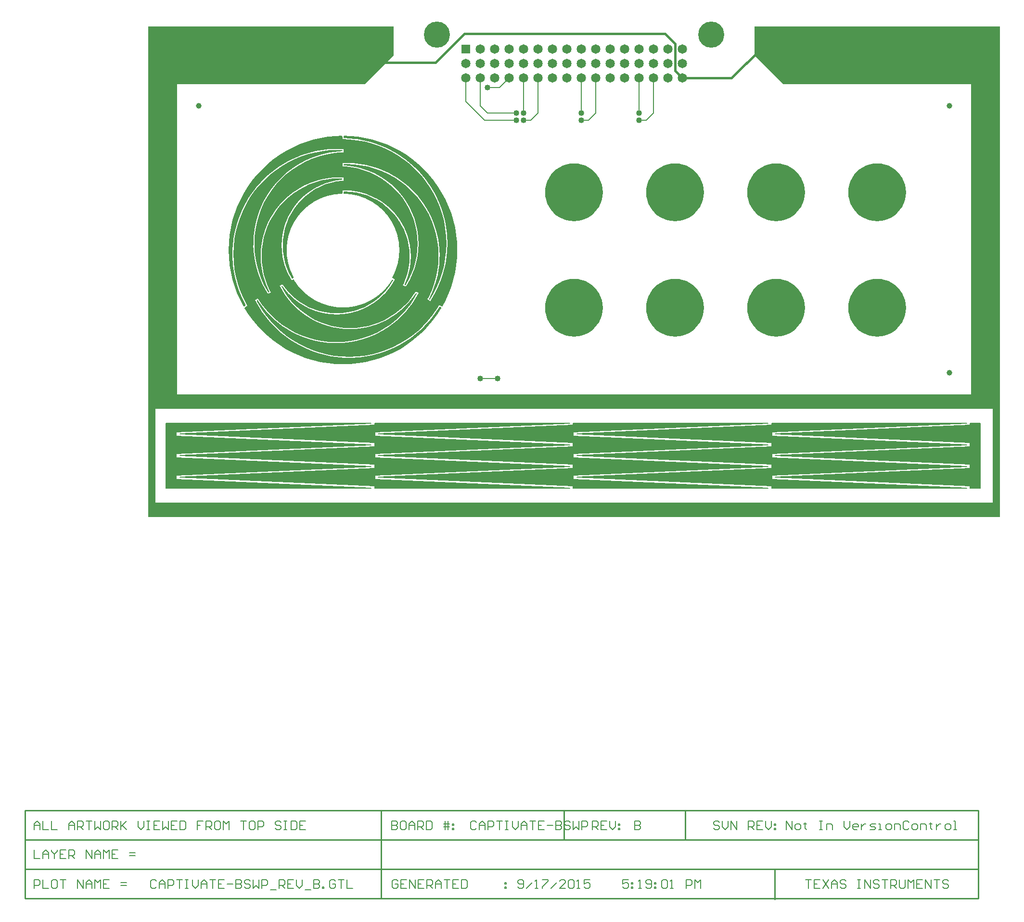
<source format=gtl>
%FSAX25Y25*%
%MOIN*%
G70*
G01*
G75*
G04 Layer_Physical_Order=1*
G04 Layer_Color=255*
%ADD10C,0.00787*%
%ADD11C,0.03937*%
%ADD12C,0.00591*%
%ADD13C,0.00600*%
%ADD14C,0.00800*%
%ADD15C,0.01600*%
%ADD16C,0.01000*%
%ADD17C,0.06496*%
%ADD18R,0.06496X0.06496*%
%ADD19C,0.18110*%
%ADD20C,0.04000*%
G36*
X0562816Y0469271D02*
X0565387Y0468760D01*
X0567870Y0467917D01*
X0570222Y0466758D01*
X0572401Y0465301D01*
X0574372Y0463573D01*
X0576101Y0461601D01*
X0577558Y0459421D01*
X0578717Y0457070D01*
X0579560Y0454588D01*
X0580071Y0452016D01*
X0580243Y0449400D01*
X0580071Y0446784D01*
X0579560Y0444212D01*
X0578717Y0441730D01*
X0577558Y0439378D01*
X0576101Y0437199D01*
X0574372Y0435227D01*
X0572401Y0433499D01*
X0570222Y0432042D01*
X0567870Y0430883D01*
X0565387Y0430040D01*
X0562816Y0429529D01*
X0560200Y0429357D01*
X0557584Y0429529D01*
X0555013Y0430040D01*
X0552530Y0430883D01*
X0550178Y0432042D01*
X0547999Y0433499D01*
X0546028Y0435227D01*
X0544299Y0437199D01*
X0542842Y0439378D01*
X0541683Y0441730D01*
X0540840Y0444212D01*
X0540329Y0446784D01*
X0540157Y0449400D01*
X0540329Y0452016D01*
X0540840Y0454588D01*
X0541683Y0457070D01*
X0542842Y0459421D01*
X0544299Y0461601D01*
X0546028Y0463573D01*
X0547999Y0465301D01*
X0550178Y0466758D01*
X0552530Y0467917D01*
X0555013Y0468760D01*
X0557584Y0469271D01*
X0560200Y0469443D01*
X0562816Y0469271D01*
D02*
G37*
G36*
X0632816D02*
X0635388Y0468760D01*
X0637870Y0467917D01*
X0640222Y0466758D01*
X0642401Y0465301D01*
X0644373Y0463573D01*
X0646101Y0461601D01*
X0647558Y0459421D01*
X0648717Y0457070D01*
X0649560Y0454588D01*
X0650071Y0452016D01*
X0650243Y0449400D01*
X0650071Y0446784D01*
X0649560Y0444212D01*
X0648717Y0441730D01*
X0647558Y0439378D01*
X0646101Y0437199D01*
X0644373Y0435227D01*
X0642401Y0433499D01*
X0640222Y0432042D01*
X0637870Y0430883D01*
X0635388Y0430040D01*
X0632816Y0429529D01*
X0630200Y0429357D01*
X0627584Y0429529D01*
X0625012Y0430040D01*
X0622530Y0430883D01*
X0620179Y0432042D01*
X0617999Y0433499D01*
X0616027Y0435227D01*
X0614299Y0437199D01*
X0612842Y0439378D01*
X0611683Y0441730D01*
X0610840Y0444212D01*
X0610329Y0446784D01*
X0610157Y0449400D01*
X0610329Y0452016D01*
X0610840Y0454588D01*
X0611683Y0457070D01*
X0612842Y0459421D01*
X0614299Y0461601D01*
X0616027Y0463573D01*
X0617999Y0465301D01*
X0620179Y0466758D01*
X0622530Y0467917D01*
X0625012Y0468760D01*
X0627584Y0469271D01*
X0630200Y0469443D01*
X0632816Y0469271D01*
D02*
G37*
G36*
X0265378Y0568408D02*
X0270535Y0567900D01*
X0275647Y0567056D01*
X0280693Y0565880D01*
X0285651Y0564376D01*
X0290500Y0562551D01*
X0295219Y0560412D01*
X0299789Y0557970D01*
X0304189Y0555234D01*
X0308400Y0552216D01*
X0312405Y0548929D01*
X0316187Y0545387D01*
X0319729Y0541606D01*
X0323016Y0537600D01*
X0326034Y0533389D01*
X0328770Y0528989D01*
X0331212Y0524419D01*
X0333351Y0519700D01*
X0335176Y0514851D01*
X0336680Y0509893D01*
X0337856Y0504847D01*
X0338700Y0499735D01*
X0339208Y0494579D01*
X0339378Y0489400D01*
Y0489400D01*
X0339208Y0484222D01*
X0338700Y0479065D01*
X0337856Y0473953D01*
X0336680Y0468907D01*
X0335176Y0463949D01*
X0333351Y0459100D01*
X0331212Y0454381D01*
X0329152Y0450525D01*
X0329128Y0450518D01*
X0329128Y0450518D01*
X0328653Y0450376D01*
X0328584Y0450372D01*
X0328584Y0450372D01*
X0326888Y0451350D01*
X0325245Y0448581D01*
X0322304Y0444345D01*
X0319067Y0440329D01*
X0315553Y0436554D01*
X0311778Y0433040D01*
X0307763Y0429804D01*
X0303526Y0426863D01*
X0299091Y0424231D01*
X0294479Y0421923D01*
X0289715Y0419949D01*
X0284821Y0418320D01*
X0279824Y0417045D01*
X0274749Y0416129D01*
X0269621Y0415578D01*
X0264467Y0415394D01*
X0259313Y0415578D01*
X0254185Y0416129D01*
X0249110Y0417045D01*
X0244113Y0418320D01*
X0239219Y0419949D01*
X0234455Y0421923D01*
X0229843Y0424231D01*
X0225408Y0426863D01*
X0221171Y0429804D01*
X0217155Y0433040D01*
X0213381Y0436554D01*
X0209867Y0440329D01*
X0206630Y0444345D01*
X0203689Y0448581D01*
X0201058Y0453016D01*
X0200534Y0454062D01*
X0200545Y0454067D01*
X0200507Y0454159D01*
X0200699Y0454594D01*
X0201165Y0454532D01*
X0201274Y0454490D01*
X0201551Y0454075D01*
X0203413Y0451289D01*
X0206539Y0447323D01*
X0209966Y0443615D01*
X0213674Y0440188D01*
X0217640Y0437062D01*
X0221838Y0434257D01*
X0226244Y0431789D01*
X0230829Y0429676D01*
X0235566Y0427928D01*
X0240426Y0426557D01*
X0245378Y0425572D01*
X0250393Y0424979D01*
X0255438Y0424781D01*
X0260484Y0424979D01*
X0265498Y0425572D01*
X0270450Y0426557D01*
X0275310Y0427928D01*
X0280047Y0429676D01*
X0284633Y0431789D01*
X0289038Y0434257D01*
X0293237Y0437062D01*
X0297202Y0440188D01*
X0300910Y0443615D01*
X0304338Y0447323D01*
X0307464Y0451289D01*
X0310269Y0455487D01*
X0312580Y0459613D01*
X0312546Y0459631D01*
X0310608Y0460748D01*
X0308400Y0457444D01*
X0305792Y0454135D01*
X0302932Y0451041D01*
X0299838Y0448181D01*
X0296529Y0445573D01*
X0293026Y0443232D01*
X0289350Y0441174D01*
X0285524Y0439410D01*
X0281571Y0437951D01*
X0277516Y0436808D01*
X0273384Y0435986D01*
X0269200Y0435491D01*
X0264990Y0435325D01*
X0260780Y0435491D01*
X0256596Y0435986D01*
X0252463Y0436808D01*
X0248408Y0437951D01*
X0244456Y0439410D01*
X0240629Y0441174D01*
X0236953Y0443232D01*
X0233450Y0445573D01*
X0230141Y0448181D01*
X0227047Y0451041D01*
X0224187Y0454135D01*
X0221579Y0457444D01*
X0219238Y0460947D01*
X0217800Y0463515D01*
X0217571Y0463959D01*
X0217579Y0464052D01*
X0218108Y0464383D01*
X0218139Y0464372D01*
X0218284Y0464241D01*
X0218511Y0463945D01*
X0220685Y0461112D01*
X0223384Y0458166D01*
X0226331Y0455466D01*
X0229501Y0453033D01*
X0232872Y0450886D01*
X0236417Y0449041D01*
X0240109Y0447511D01*
X0243920Y0446310D01*
X0247821Y0445445D01*
X0251783Y0444923D01*
X0255776Y0444749D01*
X0259768Y0444923D01*
X0263731Y0445445D01*
X0267632Y0446310D01*
X0271443Y0447511D01*
X0275135Y0449041D01*
X0278680Y0450886D01*
X0282051Y0453033D01*
X0285221Y0455466D01*
X0288167Y0458166D01*
X0290867Y0461112D01*
X0293300Y0464283D01*
X0295447Y0467653D01*
X0296185Y0469071D01*
X0296184Y0469072D01*
X0294656Y0469924D01*
X0294476Y0470429D01*
X0294477Y0470533D01*
X0294725Y0470946D01*
X0296367Y0474419D01*
X0297661Y0478036D01*
X0298595Y0481763D01*
X0299159Y0485563D01*
X0299347Y0489400D01*
X0299159Y0493237D01*
X0298595Y0497037D01*
X0297661Y0500764D01*
X0296367Y0504381D01*
X0294725Y0507854D01*
X0292750Y0511149D01*
X0290461Y0514235D01*
X0287881Y0517081D01*
X0285035Y0519661D01*
X0281949Y0521950D01*
X0278654Y0523925D01*
X0275181Y0525567D01*
X0271564Y0526861D01*
X0267837Y0527795D01*
X0264037Y0528359D01*
X0260987Y0528509D01*
X0260592Y0528762D01*
X0260560Y0529570D01*
X0260609Y0529690D01*
X0260983Y0529991D01*
X0260983Y0529991D01*
X0261410Y0530010D01*
X0265334Y0529839D01*
X0269227Y0529326D01*
X0273062Y0528476D01*
X0276807Y0527295D01*
X0280436Y0525792D01*
X0283920Y0523978D01*
X0287232Y0521868D01*
X0290348Y0519477D01*
X0293244Y0516824D01*
X0295897Y0513928D01*
X0298288Y0510812D01*
X0300398Y0507500D01*
X0302212Y0504016D01*
X0303715Y0500388D01*
X0304896Y0496642D01*
X0305746Y0492808D01*
X0306258Y0488914D01*
X0306430Y0484990D01*
X0306258Y0481066D01*
X0305746Y0477172D01*
X0304896Y0473338D01*
X0303715Y0469592D01*
X0302212Y0465964D01*
X0301709Y0464997D01*
X0301701Y0465001D01*
X0303630Y0463875D01*
X0304548Y0465249D01*
X0306637Y0468979D01*
X0308427Y0472861D01*
X0309906Y0476872D01*
X0311067Y0480986D01*
X0311901Y0485179D01*
X0312403Y0489425D01*
X0312571Y0493696D01*
X0312403Y0497968D01*
X0311901Y0502213D01*
X0311067Y0506406D01*
X0309906Y0510521D01*
X0308427Y0514532D01*
X0306637Y0518414D01*
X0304548Y0522144D01*
X0302173Y0525699D01*
X0299526Y0529056D01*
X0296624Y0532195D01*
X0293485Y0535097D01*
X0290128Y0537744D01*
X0286573Y0540119D01*
X0282843Y0542207D01*
X0278961Y0543997D01*
X0274950Y0545477D01*
X0270836Y0546637D01*
X0266643Y0547471D01*
X0262398Y0547974D01*
X0260970Y0548030D01*
X0260970Y0548030D01*
X0260756Y0548201D01*
X0260741Y0548220D01*
X0260634Y0548492D01*
X0260760Y0548710D01*
X0260976Y0548881D01*
X0260976Y0548881D01*
X0262852Y0548954D01*
X0267836Y0548759D01*
X0272789Y0548172D01*
X0277681Y0547199D01*
X0282482Y0545845D01*
X0287161Y0544119D01*
X0291690Y0542031D01*
X0296042Y0539594D01*
X0300189Y0536823D01*
X0304106Y0533735D01*
X0307769Y0530349D01*
X0311154Y0526687D01*
X0314242Y0522770D01*
X0317013Y0518623D01*
X0319450Y0514271D01*
X0321538Y0509742D01*
X0323265Y0505062D01*
X0324619Y0500262D01*
X0325592Y0495370D01*
X0326178Y0490417D01*
X0326374Y0485433D01*
Y0485433D01*
X0326178Y0480449D01*
X0325592Y0475496D01*
X0324619Y0470604D01*
X0323265Y0465804D01*
X0321538Y0461124D01*
X0319450Y0456595D01*
X0318665Y0455193D01*
X0318659Y0455195D01*
X0320699Y0454016D01*
X0321028Y0454491D01*
X0323689Y0458975D01*
X0326022Y0463636D01*
X0328017Y0468453D01*
X0329663Y0473400D01*
X0330953Y0478451D01*
X0331878Y0483581D01*
X0332436Y0488765D01*
X0332622Y0493975D01*
Y0493975D01*
X0332436Y0499185D01*
X0331878Y0504368D01*
X0330953Y0509499D01*
X0329663Y0514550D01*
X0328017Y0519497D01*
X0326022Y0524313D01*
X0323689Y0528975D01*
X0321028Y0533459D01*
X0318055Y0537741D01*
X0314784Y0541800D01*
X0311231Y0545616D01*
X0307416Y0549169D01*
X0303356Y0552440D01*
X0299074Y0555413D01*
X0294590Y0558073D01*
X0289929Y0560407D01*
X0285112Y0562402D01*
X0280166Y0564048D01*
X0275114Y0565338D01*
X0269984Y0566263D01*
X0264800Y0566821D01*
X0261480Y0566939D01*
X0261475Y0566939D01*
X0261405Y0566942D01*
X0260983Y0566957D01*
X0260782Y0567106D01*
X0260747Y0567135D01*
X0260592Y0567342D01*
X0260592Y0567342D01*
X0260560Y0568136D01*
X0260611Y0568260D01*
X0260992Y0568552D01*
Y0568552D01*
X0265378Y0568408D01*
D02*
G37*
G36*
X0715200Y0394400D02*
Y0379400D01*
Y0304400D01*
X0125200D01*
Y0379400D01*
Y0394400D01*
Y0644400D01*
X0295200D01*
Y0624400D01*
X0275200Y0604400D01*
X0145200D01*
Y0484400D01*
Y0394400D01*
Y0389400D01*
X0695200D01*
Y0394400D01*
Y0604400D01*
X0565200D01*
X0545200Y0624400D01*
Y0644400D01*
X0715200D01*
Y0394400D01*
D02*
G37*
G36*
X0422816Y0469271D02*
X0425387Y0468760D01*
X0427870Y0467917D01*
X0430222Y0466758D01*
X0432401Y0465301D01*
X0434373Y0463573D01*
X0436101Y0461601D01*
X0437558Y0459421D01*
X0438717Y0457070D01*
X0439560Y0454588D01*
X0440071Y0452016D01*
X0440243Y0449400D01*
X0440071Y0446784D01*
X0439560Y0444212D01*
X0438717Y0441730D01*
X0437558Y0439378D01*
X0436101Y0437199D01*
X0434373Y0435227D01*
X0432401Y0433499D01*
X0430222Y0432042D01*
X0427870Y0430883D01*
X0425387Y0430040D01*
X0422816Y0429529D01*
X0420200Y0429357D01*
X0417584Y0429529D01*
X0415013Y0430040D01*
X0412530Y0430883D01*
X0410179Y0432042D01*
X0407999Y0433499D01*
X0406028Y0435227D01*
X0404299Y0437199D01*
X0402842Y0439378D01*
X0401683Y0441730D01*
X0400840Y0444212D01*
X0400329Y0446784D01*
X0400157Y0449400D01*
X0400329Y0452016D01*
X0400840Y0454588D01*
X0401683Y0457070D01*
X0402842Y0459421D01*
X0404299Y0461601D01*
X0406028Y0463573D01*
X0407999Y0465301D01*
X0410179Y0466758D01*
X0412530Y0467917D01*
X0415013Y0468760D01*
X0417584Y0469271D01*
X0420200Y0469443D01*
X0422816Y0469271D01*
D02*
G37*
G36*
X0492816D02*
X0495388Y0468760D01*
X0497870Y0467917D01*
X0500221Y0466758D01*
X0502401Y0465301D01*
X0504373Y0463573D01*
X0506101Y0461601D01*
X0507558Y0459421D01*
X0508717Y0457070D01*
X0509560Y0454588D01*
X0510071Y0452016D01*
X0510243Y0449400D01*
X0510071Y0446784D01*
X0509560Y0444212D01*
X0508717Y0441730D01*
X0507558Y0439378D01*
X0506101Y0437199D01*
X0504373Y0435227D01*
X0502401Y0433499D01*
X0500221Y0432042D01*
X0497870Y0430883D01*
X0495388Y0430040D01*
X0492816Y0429529D01*
X0490200Y0429357D01*
X0487584Y0429529D01*
X0485012Y0430040D01*
X0482530Y0430883D01*
X0480178Y0432042D01*
X0477999Y0433499D01*
X0476027Y0435227D01*
X0474299Y0437199D01*
X0472842Y0439378D01*
X0471683Y0441730D01*
X0470840Y0444212D01*
X0470329Y0446784D01*
X0470157Y0449400D01*
X0470329Y0452016D01*
X0470840Y0454588D01*
X0471683Y0457070D01*
X0472842Y0459421D01*
X0474299Y0461601D01*
X0476027Y0463573D01*
X0477999Y0465301D01*
X0480178Y0466758D01*
X0482530Y0467917D01*
X0485012Y0468760D01*
X0487584Y0469271D01*
X0490200Y0469443D01*
X0492816Y0469271D01*
D02*
G37*
G36*
X0632816Y0549271D02*
X0635388Y0548760D01*
X0637870Y0547917D01*
X0640222Y0546758D01*
X0642401Y0545301D01*
X0644373Y0543573D01*
X0646101Y0541601D01*
X0647558Y0539422D01*
X0648717Y0537070D01*
X0649560Y0534587D01*
X0650071Y0532016D01*
X0650243Y0529400D01*
X0650071Y0526784D01*
X0649560Y0524213D01*
X0648717Y0521730D01*
X0647558Y0519379D01*
X0646101Y0517199D01*
X0644373Y0515228D01*
X0642401Y0513499D01*
X0640222Y0512042D01*
X0637870Y0510883D01*
X0635388Y0510040D01*
X0632816Y0509529D01*
X0630200Y0509357D01*
X0627584Y0509529D01*
X0625012Y0510040D01*
X0622530Y0510883D01*
X0620179Y0512042D01*
X0617999Y0513499D01*
X0616027Y0515228D01*
X0614299Y0517199D01*
X0612842Y0519379D01*
X0611683Y0521730D01*
X0610840Y0524213D01*
X0610329Y0526784D01*
X0610157Y0529400D01*
X0610329Y0532016D01*
X0610840Y0534587D01*
X0611683Y0537070D01*
X0612842Y0539422D01*
X0614299Y0541601D01*
X0616027Y0543573D01*
X0617999Y0545301D01*
X0620179Y0546758D01*
X0622530Y0547917D01*
X0625012Y0548760D01*
X0627584Y0549271D01*
X0630200Y0549443D01*
X0632816Y0549271D01*
D02*
G37*
G36*
X0259428Y0558728D02*
X0259428Y0558728D01*
X0259428Y0558727D01*
X0259482Y0558684D01*
X0259643Y0558554D01*
X0259808Y0558332D01*
Y0558267D01*
X0259640Y0558043D01*
X0259430Y0557874D01*
X0259430Y0557874D01*
X0257265Y0557789D01*
X0252250Y0557195D01*
X0247298Y0556210D01*
X0242438Y0554840D01*
X0237701Y0553092D01*
X0233115Y0550978D01*
X0228710Y0548511D01*
X0224511Y0545705D01*
X0220546Y0542579D01*
X0216838Y0539152D01*
X0213411Y0535444D01*
X0210285Y0531479D01*
X0207480Y0527280D01*
X0205012Y0522875D01*
X0202898Y0518289D01*
X0201151Y0513552D01*
X0199780Y0508692D01*
X0198795Y0503740D01*
X0198201Y0498726D01*
X0198003Y0493680D01*
X0198201Y0488635D01*
X0198795Y0483620D01*
X0199780Y0478668D01*
X0201151Y0473808D01*
X0202898Y0469071D01*
X0205012Y0464485D01*
X0207480Y0460080D01*
X0208237Y0458946D01*
X0208246Y0458952D01*
X0210254Y0460111D01*
X0209754Y0461003D01*
X0207990Y0464829D01*
X0206532Y0468782D01*
X0205388Y0472837D01*
X0204566Y0476970D01*
X0204071Y0481154D01*
X0203906Y0485364D01*
X0204071Y0489574D01*
X0204566Y0493758D01*
X0205388Y0497891D01*
X0206532Y0501946D01*
X0207990Y0505899D01*
X0209754Y0509725D01*
X0211813Y0513402D01*
X0214154Y0516905D01*
X0216762Y0520214D01*
X0219622Y0523308D01*
X0222716Y0526168D01*
X0226025Y0528776D01*
X0229529Y0531117D01*
X0233205Y0533176D01*
X0237031Y0534940D01*
X0240984Y0536398D01*
X0245039Y0537542D01*
X0249172Y0538364D01*
X0253356Y0538859D01*
X0257566Y0539024D01*
X0259227Y0538959D01*
X0259563Y0538576D01*
X0259545Y0538434D01*
X0259474Y0538204D01*
X0259454Y0538202D01*
X0258978Y0538139D01*
X0258978D01*
X0258978D01*
D01*
X0258978Y0538139D01*
X0255512Y0537683D01*
X0251610Y0536818D01*
X0247799Y0535616D01*
X0244107Y0534087D01*
X0240562Y0532242D01*
X0237192Y0530094D01*
X0234021Y0527662D01*
X0231075Y0524962D01*
X0228375Y0522015D01*
X0225942Y0518845D01*
X0223795Y0515475D01*
X0221950Y0511930D01*
X0220421Y0508238D01*
X0219219Y0504426D01*
X0218354Y0500525D01*
X0217832Y0496563D01*
X0217658Y0492570D01*
X0217832Y0488578D01*
X0218354Y0484616D01*
X0219219Y0480714D01*
X0220421Y0476903D01*
X0221950Y0473211D01*
X0223795Y0469666D01*
X0224602Y0468399D01*
X0224605Y0468401D01*
X0225184Y0468746D01*
X0225593Y0468990D01*
X0225595Y0468988D01*
X0225596Y0468987D01*
X0225596Y0468987D01*
X0225803Y0468973D01*
X0225985Y0468906D01*
X0226119Y0468856D01*
X0226136Y0468849D01*
X0226136Y0468848D01*
X0226136Y0468848D01*
X0226393Y0468420D01*
X0226394Y0468419D01*
X0227082Y0467271D01*
X0229410Y0464132D01*
X0232035Y0461235D01*
X0234932Y0458610D01*
X0238071Y0456282D01*
X0241424Y0454272D01*
X0244957Y0452601D01*
X0248638Y0451284D01*
X0252429Y0450335D01*
X0256296Y0449761D01*
X0260200Y0449569D01*
X0264104Y0449761D01*
X0267971Y0450335D01*
X0271762Y0451284D01*
X0275443Y0452601D01*
X0278976Y0454272D01*
X0282329Y0456282D01*
X0285468Y0458610D01*
X0288365Y0461235D01*
X0290990Y0464132D01*
X0293318Y0467271D01*
X0294004Y0468416D01*
X0294087Y0468554D01*
X0294700Y0468715D01*
X0294918Y0468580D01*
X0294926Y0468417D01*
X0294750Y0468041D01*
X0294718Y0467974D01*
X0292654Y0464735D01*
X0290263Y0461619D01*
X0287610Y0458723D01*
X0284714Y0456070D01*
X0281598Y0453679D01*
X0278286Y0451569D01*
X0274802Y0449755D01*
X0271174Y0448252D01*
X0267428Y0447071D01*
X0263594Y0446221D01*
X0259700Y0445709D01*
X0255776Y0445537D01*
X0251852Y0445709D01*
X0247958Y0446221D01*
X0244124Y0447071D01*
X0240378Y0448252D01*
X0236750Y0449755D01*
X0233266Y0451569D01*
X0229954Y0453679D01*
X0226838Y0456070D01*
X0223942Y0458723D01*
X0221289Y0461619D01*
X0218898Y0464735D01*
X0218312Y0465654D01*
X0218320Y0465658D01*
X0216364Y0464514D01*
X0216478Y0464266D01*
X0218567Y0460536D01*
X0220942Y0456982D01*
X0223589Y0453624D01*
X0226491Y0450485D01*
X0229630Y0447583D01*
X0232987Y0444936D01*
X0236542Y0442561D01*
X0240272Y0440473D01*
X0244154Y0438683D01*
X0248165Y0437203D01*
X0252280Y0436043D01*
X0256473Y0435209D01*
X0260718Y0434706D01*
X0264990Y0434538D01*
X0269262Y0434706D01*
X0273507Y0435209D01*
X0277700Y0436043D01*
X0281814Y0437203D01*
X0285825Y0438683D01*
X0289707Y0440473D01*
X0293437Y0442561D01*
X0296992Y0444936D01*
X0300349Y0447583D01*
X0303488Y0450485D01*
X0306390Y0453624D01*
X0309037Y0456982D01*
X0310648Y0459393D01*
D01*
X0311092Y0459563D01*
X0311103Y0459558D01*
X0311179Y0459465D01*
X0311327Y0458995D01*
Y0458995D01*
X0311088Y0458556D01*
X0309599Y0455897D01*
X0306828Y0451749D01*
X0303740Y0447832D01*
X0300355Y0444170D01*
X0296692Y0440784D01*
X0292775Y0437697D01*
X0288628Y0434926D01*
X0284276Y0432488D01*
X0279747Y0430400D01*
X0275067Y0428674D01*
X0270267Y0427320D01*
X0265375Y0426347D01*
X0260422Y0425761D01*
X0255438Y0425565D01*
X0250454Y0425761D01*
X0245501Y0426347D01*
X0240610Y0427320D01*
X0235809Y0428674D01*
X0231130Y0430400D01*
X0226600Y0432488D01*
X0222248Y0434926D01*
X0218101Y0437697D01*
X0214184Y0440784D01*
X0210522Y0444170D01*
X0207136Y0447832D01*
X0204048Y0451749D01*
X0201334Y0455811D01*
X0201348Y0455875D01*
X0201348Y0455875D01*
X0200900Y0455616D01*
X0200900D01*
X0199332Y0454711D01*
X0200369Y0452640D01*
X0203029Y0448157D01*
X0206002Y0443874D01*
X0209273Y0439815D01*
X0212826Y0435999D01*
X0216641Y0432447D01*
X0220701Y0429176D01*
X0224983Y0426202D01*
X0229467Y0423542D01*
X0234128Y0421209D01*
X0238945Y0419214D01*
X0243892Y0417567D01*
X0248943Y0416278D01*
X0254074Y0415352D01*
X0259257Y0414795D01*
X0264467Y0414609D01*
X0269677Y0414795D01*
X0274861Y0415352D01*
X0279991Y0416278D01*
X0285042Y0417567D01*
X0289989Y0419214D01*
X0294805Y0421209D01*
X0299467Y0423542D01*
X0303951Y0426202D01*
X0308233Y0429176D01*
X0312293Y0432447D01*
X0316108Y0435999D01*
X0319661Y0439815D01*
X0322932Y0443874D01*
X0325905Y0448157D01*
X0326969Y0449950D01*
D01*
X0327017Y0449970D01*
X0327042Y0449977D01*
X0327504Y0450089D01*
Y0450089D01*
X0327504Y0450089D01*
X0327504Y0450089D01*
X0328191Y0449692D01*
D01*
X0328322Y0449397D01*
X0328334Y0449149D01*
X0328089Y0448717D01*
X0326034Y0445411D01*
X0323016Y0441200D01*
X0319729Y0437194D01*
X0316187Y0433413D01*
X0312405Y0429871D01*
X0308400Y0426584D01*
X0304189Y0423566D01*
X0299789Y0420830D01*
X0295219Y0418388D01*
X0290500Y0416249D01*
X0285651Y0414424D01*
X0280693Y0412920D01*
X0275647Y0411744D01*
X0270535Y0410900D01*
X0265378Y0410392D01*
X0260200Y0410222D01*
X0255022Y0410392D01*
X0249865Y0410900D01*
X0244753Y0411744D01*
X0239707Y0412920D01*
X0234749Y0414424D01*
X0229900Y0416249D01*
X0225181Y0418388D01*
X0220611Y0420830D01*
X0216211Y0423566D01*
X0212000Y0426584D01*
X0207994Y0429871D01*
X0204213Y0433413D01*
X0200671Y0437194D01*
X0197384Y0441200D01*
X0194366Y0445411D01*
X0192296Y0448741D01*
X0192062Y0449147D01*
X0192182Y0449630D01*
X0192210Y0449693D01*
D01*
X0193900Y0450669D01*
X0193133Y0451960D01*
X0190825Y0456572D01*
X0188851Y0461337D01*
X0187223Y0466230D01*
X0185947Y0471227D01*
X0185031Y0476302D01*
X0184480Y0481430D01*
X0184296Y0486584D01*
X0184480Y0491738D01*
X0185031Y0496866D01*
X0185947Y0501941D01*
X0187223Y0506939D01*
X0188851Y0511832D01*
X0190825Y0516597D01*
X0193133Y0521208D01*
X0195765Y0525644D01*
X0198706Y0529880D01*
X0201942Y0533896D01*
X0205457Y0537671D01*
X0209231Y0541185D01*
X0213247Y0544421D01*
X0217483Y0547362D01*
X0221919Y0549994D01*
X0226530Y0552302D01*
X0231295Y0554276D01*
X0236189Y0555905D01*
X0241186Y0557180D01*
X0246261Y0558096D01*
X0251389Y0558647D01*
X0256543Y0558831D01*
X0259428Y0558728D01*
D02*
G37*
G36*
X0259715Y0568439D02*
X0259840Y0568136D01*
X0259808Y0566214D01*
X0259808Y0566214D01*
X0259808Y0566175D01*
X0259808Y0566214D01*
X0264744Y0566038D01*
X0269872Y0565486D01*
X0274947Y0564571D01*
X0279944Y0563295D01*
X0284838Y0561666D01*
X0289602Y0559693D01*
X0294214Y0557384D01*
X0298650Y0554753D01*
X0302886Y0551811D01*
X0306902Y0548575D01*
X0310676Y0545061D01*
X0314191Y0541287D01*
X0317427Y0537271D01*
X0320368Y0533035D01*
X0323000Y0528599D01*
X0325308Y0523987D01*
X0327282Y0519223D01*
X0328910Y0514329D01*
X0330186Y0509332D01*
X0331101Y0504257D01*
X0331653Y0499129D01*
X0331837Y0493975D01*
X0331653Y0488821D01*
X0331101Y0483693D01*
X0330186Y0478618D01*
X0328910Y0473621D01*
X0327282Y0468727D01*
X0325308Y0463963D01*
X0323000Y0459351D01*
X0320643Y0455379D01*
X0320624Y0455391D01*
X0320587Y0455303D01*
X0320285Y0455178D01*
X0320285D01*
X0320285Y0455210D01*
Y0455178D01*
X0319982Y0455303D01*
X0319857Y0455606D01*
X0319933Y0455789D01*
X0319961Y0455774D01*
X0320223Y0456242D01*
X0322337Y0460827D01*
X0324085Y0465565D01*
X0325456Y0470424D01*
X0326441Y0475377D01*
X0327034Y0480391D01*
X0327232Y0485436D01*
X0327034Y0490482D01*
X0326441Y0495496D01*
X0325456Y0500449D01*
X0324085Y0505308D01*
X0322337Y0510046D01*
X0320223Y0514631D01*
X0317756Y0519037D01*
X0314951Y0523235D01*
X0311825Y0527200D01*
X0308397Y0530908D01*
X0304690Y0534336D01*
X0300724Y0537462D01*
X0296526Y0540267D01*
X0292120Y0542734D01*
X0287535Y0544848D01*
X0282797Y0546596D01*
X0277938Y0547966D01*
X0272985Y0548952D01*
X0267971Y0549545D01*
X0262926Y0549743D01*
X0259808Y0549621D01*
X0259808Y0547289D01*
X0259808Y0547291D01*
X0262336Y0547191D01*
X0266520Y0546696D01*
X0270653Y0545874D01*
X0274708Y0544730D01*
X0278661Y0543272D01*
X0282487Y0541508D01*
X0286163Y0539449D01*
X0289667Y0537109D01*
X0292975Y0534500D01*
X0296069Y0531640D01*
X0298930Y0528546D01*
X0301538Y0525237D01*
X0303879Y0521734D01*
X0305938Y0518058D01*
X0307701Y0514231D01*
X0309160Y0510278D01*
X0310303Y0506223D01*
X0311125Y0502091D01*
X0311621Y0497906D01*
X0311786Y0493696D01*
X0311621Y0489486D01*
X0311125Y0485302D01*
X0310303Y0481170D01*
X0309160Y0477114D01*
X0307701Y0473161D01*
X0305938Y0469335D01*
X0303879Y0465659D01*
X0303567Y0465192D01*
X0303548Y0465203D01*
X0303552Y0465200D01*
X0303515Y0465111D01*
X0303213Y0464986D01*
X0302910Y0465111D01*
X0302785Y0465413D01*
Y0465413D01*
D01*
Y0465413D01*
X0302818D01*
X0302785Y0465413D01*
X0302856Y0465584D01*
X0302893Y0465566D01*
X0302926Y0465630D01*
X0304456Y0469323D01*
X0305657Y0473134D01*
X0306522Y0477036D01*
X0307044Y0480998D01*
X0307218Y0484990D01*
Y0484990D01*
X0307044Y0488982D01*
X0306522Y0492945D01*
X0305657Y0496846D01*
X0304456Y0500657D01*
X0302926Y0504350D01*
X0301081Y0507894D01*
X0298934Y0511265D01*
X0296501Y0514435D01*
X0293801Y0517381D01*
X0290855Y0520081D01*
X0287684Y0522514D01*
X0284314Y0524661D01*
X0280769Y0526507D01*
X0277077Y0528036D01*
X0273266Y0529238D01*
X0269364Y0530102D01*
X0265402Y0530624D01*
X0261410Y0530798D01*
X0259808Y0530728D01*
X0259808Y0528762D01*
X0259840D01*
X0259742Y0528525D01*
X0256363Y0528359D01*
X0252563Y0527795D01*
X0248836Y0526861D01*
X0245219Y0525567D01*
X0241746Y0523925D01*
X0238451Y0521950D01*
X0235365Y0519661D01*
X0232519Y0517081D01*
X0229939Y0514235D01*
X0227650Y0511149D01*
X0225675Y0507854D01*
X0224033Y0504381D01*
X0222739Y0500764D01*
X0221805Y0497037D01*
X0221241Y0493237D01*
X0221053Y0489400D01*
X0221241Y0485563D01*
X0221805Y0481763D01*
X0222739Y0478036D01*
X0224033Y0474419D01*
X0225675Y0470946D01*
X0226068Y0470290D01*
X0226002Y0470131D01*
X0225908Y0470092D01*
X0225221Y0469674D01*
X0225224Y0469669D01*
X0225011Y0469581D01*
X0224709Y0469706D01*
X0224667Y0469807D01*
X0224670Y0469809D01*
X0224644Y0469793D01*
X0224475Y0470059D01*
X0222662Y0473543D01*
X0221159Y0477171D01*
X0219977Y0480917D01*
X0219127Y0484752D01*
X0218615Y0488646D01*
X0218443Y0492570D01*
X0218615Y0496494D01*
X0219127Y0500388D01*
X0219977Y0504223D01*
X0221159Y0507969D01*
X0222662Y0511598D01*
X0224475Y0515082D01*
X0226586Y0518395D01*
X0228977Y0521511D01*
X0231630Y0524407D01*
X0234526Y0527060D01*
X0237642Y0529451D01*
X0240955Y0531562D01*
X0244439Y0533375D01*
X0248068Y0534878D01*
X0251814Y0536059D01*
X0255648Y0536910D01*
X0259542Y0537422D01*
X0260592Y0537468D01*
X0260592Y0539686D01*
X0260593Y0539693D01*
X0257566Y0539812D01*
X0253294Y0539644D01*
X0249048Y0539142D01*
X0244855Y0538308D01*
X0240741Y0537147D01*
X0236730Y0535668D01*
X0232847Y0533878D01*
X0229117Y0531789D01*
X0225562Y0529414D01*
X0222205Y0526767D01*
X0219065Y0523865D01*
X0216163Y0520725D01*
X0213516Y0517368D01*
X0211141Y0513813D01*
X0209052Y0510083D01*
X0207262Y0506200D01*
X0205783Y0502189D01*
X0204622Y0498075D01*
X0203788Y0493882D01*
X0203286Y0489636D01*
X0203118Y0485364D01*
X0203286Y0481092D01*
X0203788Y0476846D01*
X0204622Y0472653D01*
X0205783Y0468539D01*
X0207262Y0464528D01*
X0209010Y0460736D01*
X0209046Y0460754D01*
X0209121Y0460572D01*
X0208996Y0460269D01*
X0208936Y0460244D01*
X0208878Y0460217D01*
X0208885Y0460207D01*
X0208643Y0460107D01*
X0208340Y0460232D01*
X0208302Y0460324D01*
X0208272Y0460306D01*
X0208148Y0460491D01*
X0205711Y0464842D01*
X0203623Y0469372D01*
X0201897Y0474051D01*
X0200543Y0478852D01*
X0199570Y0483743D01*
X0198984Y0488697D01*
X0198788Y0493680D01*
X0198984Y0498664D01*
X0199570Y0503617D01*
X0200543Y0508509D01*
X0201897Y0513310D01*
X0203623Y0517989D01*
X0205711Y0522519D01*
X0208148Y0526870D01*
X0210919Y0531017D01*
X0214007Y0534934D01*
X0217393Y0538597D01*
X0221055Y0541983D01*
X0224972Y0545070D01*
X0229119Y0547841D01*
X0233471Y0550278D01*
X0238001Y0552367D01*
X0242680Y0554093D01*
X0247481Y0555447D01*
X0252372Y0556420D01*
X0257325Y0557006D01*
X0260592Y0557134D01*
X0260592Y0559457D01*
X0260593Y0559471D01*
X0256543Y0559616D01*
X0251333Y0559430D01*
X0246149Y0558873D01*
X0241019Y0557947D01*
X0235967Y0556658D01*
X0231021Y0555011D01*
X0226204Y0553016D01*
X0221543Y0550683D01*
X0217059Y0548023D01*
X0212777Y0545049D01*
X0208717Y0541778D01*
X0204902Y0538226D01*
X0201349Y0534410D01*
X0198078Y0530351D01*
X0195105Y0526068D01*
X0192445Y0521585D01*
X0190111Y0516923D01*
X0188116Y0512106D01*
X0186469Y0507160D01*
X0185180Y0502108D01*
X0184255Y0496978D01*
X0183697Y0491794D01*
X0183511Y0486584D01*
X0183697Y0481374D01*
X0184255Y0476191D01*
X0185180Y0471060D01*
X0186469Y0466009D01*
X0188116Y0461062D01*
X0190111Y0456246D01*
X0192445Y0451584D01*
X0192622Y0451285D01*
X0192652Y0451302D01*
X0192655Y0451303D01*
X0192734Y0451111D01*
X0192609Y0450808D01*
X0192504Y0450765D01*
X0191817Y0450372D01*
X0191819Y0450369D01*
X0191619Y0450286D01*
X0191316Y0450411D01*
X0191272Y0450518D01*
X0191257Y0450510D01*
X0189188Y0454381D01*
X0187049Y0459100D01*
X0185224Y0463949D01*
X0183720Y0468907D01*
X0182544Y0473953D01*
X0181700Y0479065D01*
X0181192Y0484222D01*
X0181022Y0489400D01*
X0181192Y0494579D01*
X0181700Y0499735D01*
X0182544Y0504847D01*
X0183720Y0509893D01*
X0185224Y0514851D01*
X0187049Y0519700D01*
X0189188Y0524419D01*
X0191630Y0528989D01*
X0194366Y0533389D01*
X0197384Y0537600D01*
X0200671Y0541606D01*
X0204213Y0545387D01*
X0207994Y0548929D01*
X0212000Y0552216D01*
X0216211Y0555234D01*
X0220611Y0557970D01*
X0225181Y0560412D01*
X0229900Y0562551D01*
X0234749Y0564376D01*
X0239707Y0565880D01*
X0244753Y0567057D01*
X0249865Y0567901D01*
X0255022Y0568408D01*
X0259408Y0568552D01*
X0259408Y0568562D01*
X0259413Y0568564D01*
Y0568564D01*
X0259413D01*
X0259715Y0568439D01*
D02*
G37*
G36*
X0422816Y0549271D02*
X0425387Y0548760D01*
X0427870Y0547917D01*
X0430222Y0546758D01*
X0432401Y0545301D01*
X0434373Y0543573D01*
X0436101Y0541601D01*
X0437558Y0539422D01*
X0438717Y0537070D01*
X0439560Y0534587D01*
X0440071Y0532016D01*
X0440243Y0529400D01*
X0440071Y0526784D01*
X0439560Y0524213D01*
X0438717Y0521730D01*
X0437558Y0519379D01*
X0436101Y0517199D01*
X0434373Y0515228D01*
X0432401Y0513499D01*
X0430222Y0512042D01*
X0427870Y0510883D01*
X0425387Y0510040D01*
X0422816Y0509529D01*
X0420200Y0509357D01*
X0417584Y0509529D01*
X0415013Y0510040D01*
X0412530Y0510883D01*
X0410179Y0512042D01*
X0407999Y0513499D01*
X0406028Y0515228D01*
X0404299Y0517199D01*
X0402842Y0519379D01*
X0401683Y0521730D01*
X0400840Y0524213D01*
X0400329Y0526784D01*
X0400157Y0529400D01*
X0400329Y0532016D01*
X0400840Y0534587D01*
X0401683Y0537070D01*
X0402842Y0539422D01*
X0404299Y0541601D01*
X0406028Y0543573D01*
X0407999Y0545301D01*
X0410179Y0546758D01*
X0412530Y0547917D01*
X0415013Y0548760D01*
X0417584Y0549271D01*
X0420200Y0549443D01*
X0422816Y0549271D01*
D02*
G37*
G36*
X0492816D02*
X0495388Y0548760D01*
X0497870Y0547917D01*
X0500221Y0546758D01*
X0502401Y0545301D01*
X0504373Y0543573D01*
X0506101Y0541601D01*
X0507558Y0539422D01*
X0508717Y0537070D01*
X0509560Y0534587D01*
X0510071Y0532016D01*
X0510243Y0529400D01*
X0510071Y0526784D01*
X0509560Y0524213D01*
X0508717Y0521730D01*
X0507558Y0519379D01*
X0506101Y0517199D01*
X0504373Y0515228D01*
X0502401Y0513499D01*
X0500221Y0512042D01*
X0497870Y0510883D01*
X0495388Y0510040D01*
X0492816Y0509529D01*
X0490200Y0509357D01*
X0487584Y0509529D01*
X0485012Y0510040D01*
X0482530Y0510883D01*
X0480178Y0512042D01*
X0477999Y0513499D01*
X0476027Y0515228D01*
X0474299Y0517199D01*
X0472842Y0519379D01*
X0471683Y0521730D01*
X0470840Y0524213D01*
X0470329Y0526784D01*
X0470157Y0529400D01*
X0470329Y0532016D01*
X0470840Y0534587D01*
X0471683Y0537070D01*
X0472842Y0539422D01*
X0474299Y0541601D01*
X0476027Y0543573D01*
X0477999Y0545301D01*
X0480178Y0546758D01*
X0482530Y0547917D01*
X0485012Y0548760D01*
X0487584Y0549271D01*
X0490200Y0549443D01*
X0492816Y0549271D01*
D02*
G37*
G36*
X0562816D02*
X0565387Y0548760D01*
X0567870Y0547917D01*
X0570222Y0546758D01*
X0572401Y0545301D01*
X0574372Y0543573D01*
X0576101Y0541601D01*
X0577558Y0539422D01*
X0578717Y0537070D01*
X0579560Y0534587D01*
X0580071Y0532016D01*
X0580243Y0529400D01*
X0580071Y0526784D01*
X0579560Y0524213D01*
X0578717Y0521730D01*
X0577558Y0519379D01*
X0576101Y0517199D01*
X0574372Y0515228D01*
X0572401Y0513499D01*
X0570222Y0512042D01*
X0567870Y0510883D01*
X0565387Y0510040D01*
X0562816Y0509529D01*
X0560200Y0509357D01*
X0557584Y0509529D01*
X0555013Y0510040D01*
X0552530Y0510883D01*
X0550178Y0512042D01*
X0547999Y0513499D01*
X0546028Y0515228D01*
X0544299Y0517199D01*
X0542842Y0519379D01*
X0541683Y0521730D01*
X0540840Y0524213D01*
X0540329Y0526784D01*
X0540157Y0529400D01*
X0540329Y0532016D01*
X0540840Y0534587D01*
X0541683Y0537070D01*
X0542842Y0539422D01*
X0544299Y0541601D01*
X0546028Y0543573D01*
X0547999Y0545301D01*
X0550178Y0546758D01*
X0552530Y0547917D01*
X0555013Y0548760D01*
X0557584Y0549271D01*
X0560200Y0549443D01*
X0562816Y0549271D01*
D02*
G37*
%LPC*%
G36*
X0710200Y0379400D02*
X0130200D01*
Y0314400D01*
X0710200D01*
Y0329400D01*
Y0379400D01*
D02*
G37*
%LPD*%
G36*
X0282200Y0363400D02*
Y0360400D01*
X0417200Y0354400D01*
X0282200Y0348400D01*
Y0345400D01*
X0417200Y0339400D01*
X0282200Y0333400D01*
Y0330400D01*
X0417200Y0324400D01*
X0282200D01*
Y0325900D01*
X0147200Y0331900D01*
X0282200Y0337900D01*
Y0340900D01*
X0147200Y0346900D01*
X0282200Y0352900D01*
Y0355900D01*
X0147200Y0361900D01*
X0282200Y0367900D01*
Y0369400D01*
X0417200D01*
X0282200Y0363400D01*
D02*
G37*
G36*
X0144700D02*
Y0360400D01*
X0279700Y0354400D01*
X0144700Y0348400D01*
Y0345400D01*
X0279700Y0339400D01*
X0144700Y0333400D01*
Y0330400D01*
X0279700Y0324400D01*
X0137700D01*
Y0369400D01*
X0279700D01*
X0144700Y0363400D01*
D02*
G37*
G36*
X0701700Y0324400D02*
X0694700D01*
Y0325900D01*
X0559700Y0331900D01*
X0694700Y0337900D01*
Y0340900D01*
X0559700Y0346900D01*
X0694700Y0352900D01*
Y0355900D01*
X0559700Y0361900D01*
X0694700Y0367900D01*
Y0369400D01*
X0701700D01*
Y0324400D01*
D02*
G37*
G36*
X0557200Y0363400D02*
Y0360400D01*
X0692200Y0354400D01*
X0557200Y0348400D01*
Y0345400D01*
X0692200Y0339400D01*
X0557200Y0333400D01*
Y0330400D01*
X0692200Y0324400D01*
X0557200D01*
Y0325900D01*
X0422200Y0331900D01*
X0557200Y0337900D01*
Y0340900D01*
X0422200Y0346900D01*
X0557200Y0352900D01*
Y0355900D01*
X0422200Y0361900D01*
X0557200Y0367900D01*
Y0369400D01*
X0692200D01*
X0557200Y0363400D01*
D02*
G37*
G36*
X0419700D02*
Y0360400D01*
X0554700Y0354400D01*
X0419700Y0348400D01*
Y0345400D01*
X0554700Y0339400D01*
X0419700Y0333400D01*
Y0330400D01*
X0554700Y0324400D01*
X0419700D01*
Y0325900D01*
X0284700Y0331900D01*
X0419700Y0337900D01*
Y0340900D01*
X0284700Y0346900D01*
X0419700Y0352900D01*
Y0355900D01*
X0284700Y0361900D01*
X0419700Y0367900D01*
Y0369400D01*
X0554700D01*
X0419700Y0363400D01*
D02*
G37*
G54D10*
X0200953Y0454284D02*
G03*
X0313069Y0459785I0054486J0034803D01*
G01*
X0217920Y0464143D02*
G03*
X0310445Y0461300I0047069J0024841D01*
G01*
X0217920Y0464143D02*
G03*
X0296713Y0469228I0037855J0026414D01*
G01*
X0200896Y0454252D02*
G03*
X0326741Y0451892I0063571J0033389D01*
G01*
X0301181Y0464846D02*
G03*
X0260987Y0529570I-0039772J0020144D01*
G01*
X0294667Y0470373D02*
G03*
X0260987Y0528762I-0034467J0019027D01*
G01*
X0192406Y0449350D02*
G03*
X0327994Y0449350I0067794J0040050D01*
G01*
X0198812Y0454867D02*
G03*
X0327306Y0449747I0065655J0032774D01*
G01*
X0201485Y0456410D02*
G03*
X0310977Y0459183I0053953J0032676D01*
G01*
X0215874Y0464683D02*
G03*
X0310977Y0459183I0049116J0024301D01*
G01*
X0218443Y0466189D02*
G03*
X0294588Y0468621I0037333J0024368D01*
G01*
X0225797Y0468647D02*
G03*
X0294588Y0468621I0034403J0020753D01*
G01*
X0303213Y0465413D02*
G03*
X0259413Y0531107I-0041803J0019577D01*
G01*
X0259413Y0528762D02*
G03*
X0225700Y0470433I0000788J-0039362D01*
G01*
X0260987Y0537086D02*
G03*
X0225011Y0470009I0002479J-0044516D01*
G01*
X0260987Y0556744D02*
G03*
X0208643Y0460534I0001322J-0063063D01*
G01*
X0260987Y0559830D02*
G03*
X0192306Y0451111I-0004445J-0073246D01*
G01*
X0260987Y0540059D02*
G03*
X0208693Y0460572I-0003421J-0054695D01*
G01*
X0259413Y0568136D02*
G03*
X0191619Y0450714I0000788J-0078736D01*
G01*
X0303752Y0463346D02*
G03*
X0260987Y0548420I-0045626J0030350D01*
G01*
X0318128Y0455046D02*
G03*
X0260987Y0548483I-0055275J0030387D01*
G01*
X0320800Y0453503D02*
G03*
X0260987Y0567342I-0061210J0040472D01*
G01*
X0328781Y0450714D02*
G03*
X0260987Y0568136I-0068581J0038686D01*
G01*
X0303213Y0465413D02*
G03*
X0259413Y0546905I-0045087J0028283D01*
G01*
X0320285Y0455606D02*
G03*
X0259413Y0549993I-0057359J0029831D01*
G01*
X0320285Y0455606D02*
G03*
X0259413Y0565780I-0060694J0038369D01*
G01*
X0259443Y0538555D02*
G03*
X0210793Y0459966I-0001877J-0053191D01*
G01*
X0259443Y0538555D02*
G03*
X0224475Y0467865I0004023J-0045984D01*
G01*
X0259412Y0558267D02*
G03*
X0208118Y0458421I0002898J-0064587D01*
G01*
X0259413Y0558332D02*
G03*
X0194446Y0450528I-0002870J-0071748D01*
G01*
X0200896Y0454252D02*
X0200953Y0454284D01*
X0260987Y0528762D02*
Y0529570D01*
Y0567342D02*
Y0568136D01*
Y0548420D02*
Y0548483D01*
X0310445Y0461300D02*
X0313069Y0459785D01*
X0326741Y0451892D02*
X0328781Y0450714D01*
X0294667Y0470373D02*
X0296713Y0469228D01*
X0301181Y0464846D02*
X0303752Y0463346D01*
X0192406Y0449350D02*
X0194446Y0450528D01*
X0198812Y0454867D02*
X0201485Y0456410D01*
X0208118Y0458421D02*
X0210793Y0459966D01*
X0215874Y0464683D02*
X0218443Y0466189D01*
X0218443D01*
X0224475Y0467865D02*
X0225797Y0468647D01*
X0327306Y0449747D02*
X0327994Y0449350D01*
X0260987Y0556744D02*
Y0559830D01*
Y0537086D02*
Y0540059D01*
X0259413Y0546905D02*
Y0549993D01*
Y0528762D02*
Y0531107D01*
X0225011Y0470009D02*
X0225700Y0470433D01*
X0208693Y0460572D02*
X0208693D01*
X0208643Y0460534D02*
X0208693Y0460572D01*
X0191619Y0450714D02*
X0192306Y0451111D01*
X0259413Y0565780D02*
Y0568136D01*
Y0558267D02*
Y0558332D01*
G54D11*
X0680200Y0589400D02*
D03*
Y0404400D02*
D03*
X0160200Y0589400D02*
D03*
G54D12*
X0318128Y0455046D02*
X0320800Y0453503D01*
G54D13*
X0282200Y0367900D02*
Y0369400D01*
Y0352900D02*
Y0355900D01*
Y0337900D02*
Y0340900D01*
Y0324400D02*
Y0325900D01*
Y0345400D02*
Y0348400D01*
Y0360400D02*
Y0363400D01*
Y0330400D02*
Y0333400D01*
X0144700Y0330400D02*
Y0333400D01*
Y0360400D02*
Y0363400D01*
Y0345400D02*
Y0348400D01*
X0137700Y0324400D02*
Y0369400D01*
X0144700Y0363400D02*
X0279700Y0369400D01*
X0137700D02*
X0279700D01*
X0144700Y0360400D02*
X0279700Y0354400D01*
X0144700Y0348400D02*
X0279700Y0354400D01*
X0144700Y0333400D02*
X0279700Y0339400D01*
X0144700Y0345400D02*
X0279700Y0339400D01*
X0144700Y0330400D02*
X0279700Y0324400D01*
X0137700D02*
X0279700D01*
X0147200Y0361900D02*
X0282200Y0367900D01*
X0147200Y0361900D02*
X0282200Y0355900D01*
X0147200Y0346900D02*
X0282200Y0340900D01*
X0147200Y0346900D02*
X0282200Y0352900D01*
X0147200Y0331900D02*
X0282200Y0325900D01*
X0147200Y0331900D02*
X0282200Y0337900D01*
Y0324400D02*
X0417200D01*
X0282200Y0369400D02*
X0417200D01*
X0282200Y0330400D02*
X0417200Y0324400D01*
X0282200Y0363400D02*
X0417200Y0369400D01*
X0282200Y0360400D02*
X0417200Y0354400D01*
X0282200Y0348400D02*
X0417200Y0354400D01*
X0282200Y0333400D02*
X0417200Y0339400D01*
X0282200Y0345400D02*
X0417200Y0339400D01*
X0419700Y0345400D02*
X0554700Y0339400D01*
X0419700Y0333400D02*
X0554700Y0339400D01*
X0419700Y0348400D02*
X0554700Y0354400D01*
X0419700Y0360400D02*
X0554700Y0354400D01*
X0419700Y0363400D02*
X0554700Y0369400D01*
X0419700Y0330400D02*
X0554700Y0324400D01*
X0419700Y0369400D02*
X0554700D01*
X0419700Y0324400D02*
X0554700D01*
X0284700Y0331900D02*
X0419700Y0337900D01*
X0284700Y0331900D02*
X0419700Y0325900D01*
X0284700Y0346900D02*
X0419700Y0352900D01*
X0284700Y0346900D02*
X0419700Y0340900D01*
X0284700Y0361900D02*
X0419700Y0355900D01*
X0284700Y0361900D02*
X0419700Y0367900D01*
Y0330400D02*
Y0333400D01*
Y0360400D02*
Y0363400D01*
Y0345400D02*
Y0348400D01*
Y0324400D02*
Y0325900D01*
Y0337900D02*
Y0340900D01*
Y0352900D02*
Y0355900D01*
Y0367900D02*
Y0369400D01*
X0557200Y0345400D02*
X0692200Y0339400D01*
X0557200Y0333400D02*
X0692200Y0339400D01*
X0557200Y0348400D02*
X0692200Y0354400D01*
X0557200Y0360400D02*
X0692200Y0354400D01*
X0557200Y0363400D02*
X0692200Y0369400D01*
X0557200Y0330400D02*
X0692200Y0324400D01*
X0557200Y0369400D02*
X0692200D01*
X0557200Y0324400D02*
X0692200D01*
X0422200Y0331900D02*
X0557200Y0337900D01*
X0422200Y0331900D02*
X0557200Y0325900D01*
X0422200Y0346900D02*
X0557200Y0352900D01*
X0422200Y0346900D02*
X0557200Y0340900D01*
X0422200Y0361900D02*
X0557200Y0355900D01*
X0422200Y0361900D02*
X0557200Y0367900D01*
Y0330400D02*
Y0333400D01*
Y0360400D02*
Y0363400D01*
Y0345400D02*
Y0348400D01*
Y0324400D02*
Y0325900D01*
Y0337900D02*
Y0340900D01*
Y0352900D02*
Y0355900D01*
Y0367900D02*
Y0369400D01*
X0694700Y0367900D02*
Y0369400D01*
Y0352900D02*
Y0355900D01*
Y0337900D02*
Y0340900D01*
Y0324400D02*
Y0325900D01*
X0559700Y0361900D02*
X0694700Y0367900D01*
X0559700Y0361900D02*
X0694700Y0355900D01*
X0559700Y0346900D02*
X0694700Y0340900D01*
X0559700Y0346900D02*
X0694700Y0352900D01*
X0559700Y0331900D02*
X0694700Y0325900D01*
X0559700Y0331900D02*
X0694700Y0337900D01*
Y0369400D02*
X0701700D01*
Y0324400D02*
Y0369400D01*
X0694700Y0324400D02*
X0701700D01*
G54D14*
X0425200Y0584400D02*
Y0608534D01*
X0465200Y0584400D02*
Y0608534D01*
X0360200Y0601900D02*
X0368566D01*
X0375200Y0608534D01*
X0355200Y0589400D02*
Y0608534D01*
Y0589400D02*
X0360200Y0584400D01*
X0380200D01*
X0345200Y0592400D02*
Y0608534D01*
X0358200Y0579400D02*
X0380200D01*
X0385200Y0584400D02*
Y0608534D01*
Y0579400D02*
X0390200D01*
X0395200Y0584400D01*
Y0608534D01*
X0435200Y0584400D02*
Y0608534D01*
X0430200Y0579400D02*
X0435200Y0584400D01*
X0425200Y0579400D02*
X0430200D01*
X0475200Y0584400D02*
Y0608534D01*
X0470200Y0579400D02*
X0475200Y0584400D01*
X0465200Y0579400D02*
X0470200D01*
X0345200Y0592400D02*
X0358200Y0579400D01*
X0355200Y0400400D02*
X0367200D01*
X0580500Y0052965D02*
X0584499D01*
X0582499D01*
Y0046966D01*
X0590497Y0052965D02*
X0586498D01*
Y0046966D01*
X0590497D01*
X0586498Y0049966D02*
X0588497D01*
X0592496Y0052965D02*
X0596495Y0046966D01*
Y0052965D02*
X0592496Y0046966D01*
X0598494D02*
Y0050965D01*
X0600493Y0052965D01*
X0602493Y0050965D01*
Y0046966D01*
Y0049966D01*
X0598494D01*
X0608491Y0051965D02*
X0607491Y0052965D01*
X0605492D01*
X0604492Y0051965D01*
Y0050965D01*
X0605492Y0049966D01*
X0607491D01*
X0608491Y0048966D01*
Y0047966D01*
X0607491Y0046966D01*
X0605492D01*
X0604492Y0047966D01*
X0616488Y0052965D02*
X0618488D01*
X0617488D01*
Y0046966D01*
X0616488D01*
X0618488D01*
X0621487D02*
Y0052965D01*
X0625486Y0046966D01*
Y0052965D01*
X0631484Y0051965D02*
X0630484Y0052965D01*
X0628484D01*
X0627485Y0051965D01*
Y0050965D01*
X0628484Y0049966D01*
X0630484D01*
X0631484Y0048966D01*
Y0047966D01*
X0630484Y0046966D01*
X0628484D01*
X0627485Y0047966D01*
X0633483Y0052965D02*
X0637482D01*
X0635482D01*
Y0046966D01*
X0639481D02*
Y0052965D01*
X0642480D01*
X0643480Y0051965D01*
Y0049966D01*
X0642480Y0048966D01*
X0639481D01*
X0641480D02*
X0643480Y0046966D01*
X0645479Y0052965D02*
Y0047966D01*
X0646479Y0046966D01*
X0648478D01*
X0649478Y0047966D01*
Y0052965D01*
X0651477Y0046966D02*
Y0052965D01*
X0653476Y0050965D01*
X0655476Y0052965D01*
Y0046966D01*
X0661474Y0052965D02*
X0657475D01*
Y0046966D01*
X0661474D01*
X0657475Y0049966D02*
X0659474D01*
X0663473Y0046966D02*
Y0052965D01*
X0667472Y0046966D01*
Y0052965D01*
X0669471D02*
X0673470D01*
X0671471D01*
Y0046966D01*
X0679468Y0051965D02*
X0678468Y0052965D01*
X0676469D01*
X0675469Y0051965D01*
Y0050965D01*
X0676469Y0049966D01*
X0678468D01*
X0679468Y0048966D01*
Y0047966D01*
X0678468Y0046966D01*
X0676469D01*
X0675469Y0047966D01*
X0458049Y0052965D02*
X0454050D01*
Y0049966D01*
X0456049Y0050965D01*
X0457049D01*
X0458049Y0049966D01*
Y0047966D01*
X0457049Y0046966D01*
X0455050D01*
X0454050Y0047966D01*
X0460048Y0050965D02*
X0461048D01*
Y0049966D01*
X0460048D01*
Y0050965D01*
Y0047966D02*
X0461048D01*
Y0046966D01*
X0460048D01*
Y0047966D01*
X0465046Y0046966D02*
X0467046D01*
X0466046D01*
Y0052965D01*
X0465046Y0051965D01*
X0470045Y0047966D02*
X0471044Y0046966D01*
X0473044D01*
X0474044Y0047966D01*
Y0051965D01*
X0473044Y0052965D01*
X0471044D01*
X0470045Y0051965D01*
Y0050965D01*
X0471044Y0049966D01*
X0474044D01*
X0476043Y0050965D02*
X0477043D01*
Y0049966D01*
X0476043D01*
Y0050965D01*
Y0047966D02*
X0477043D01*
Y0046966D01*
X0476043D01*
Y0047966D01*
X0481041Y0051965D02*
X0482041Y0052965D01*
X0484040D01*
X0485040Y0051965D01*
Y0047966D01*
X0484040Y0046966D01*
X0482041D01*
X0481041Y0047966D01*
Y0051965D01*
X0487039Y0046966D02*
X0489039D01*
X0488039D01*
Y0052965D01*
X0487039Y0051965D01*
X0498036Y0046966D02*
Y0052965D01*
X0501035D01*
X0502035Y0051965D01*
Y0049966D01*
X0501035Y0048966D01*
X0498036D01*
X0504034Y0046966D02*
Y0052965D01*
X0506033Y0050965D01*
X0508033Y0052965D01*
Y0046966D01*
X0046350D02*
Y0052965D01*
X0049349D01*
X0050349Y0051965D01*
Y0049966D01*
X0049349Y0048966D01*
X0046350D01*
X0052348Y0052965D02*
Y0046966D01*
X0056347D01*
X0061345Y0052965D02*
X0059346D01*
X0058346Y0051965D01*
Y0047966D01*
X0059346Y0046966D01*
X0061345D01*
X0062345Y0047966D01*
Y0051965D01*
X0061345Y0052965D01*
X0064344D02*
X0068343D01*
X0066343D01*
Y0046966D01*
X0076340D02*
Y0052965D01*
X0080339Y0046966D01*
Y0052965D01*
X0082338Y0046966D02*
Y0050965D01*
X0084338Y0052965D01*
X0086337Y0050965D01*
Y0046966D01*
Y0049966D01*
X0082338D01*
X0088336Y0046966D02*
Y0052965D01*
X0090336Y0050965D01*
X0092335Y0052965D01*
Y0046966D01*
X0098333Y0052965D02*
X0094335D01*
Y0046966D01*
X0098333D01*
X0094335Y0049966D02*
X0096334D01*
X0106331Y0048966D02*
X0110329D01*
X0106331Y0050965D02*
X0110329D01*
X0046350Y0073549D02*
Y0067551D01*
X0050349D01*
X0052348D02*
Y0071549D01*
X0054347Y0073549D01*
X0056347Y0071549D01*
Y0067551D01*
Y0070550D01*
X0052348D01*
X0058346Y0073549D02*
Y0072549D01*
X0060346Y0070550D01*
X0062345Y0072549D01*
Y0073549D01*
X0060346Y0070550D02*
Y0067551D01*
X0068343Y0073549D02*
X0064344D01*
Y0067551D01*
X0068343D01*
X0064344Y0070550D02*
X0066343D01*
X0070342Y0067551D02*
Y0073549D01*
X0073341D01*
X0074341Y0072549D01*
Y0070550D01*
X0073341Y0069550D01*
X0070342D01*
X0072342D02*
X0074341Y0067551D01*
X0082338D02*
Y0073549D01*
X0086337Y0067551D01*
Y0073549D01*
X0088336Y0067551D02*
Y0071549D01*
X0090336Y0073549D01*
X0092335Y0071549D01*
Y0067551D01*
Y0070550D01*
X0088336D01*
X0094335Y0067551D02*
Y0073549D01*
X0096334Y0071549D01*
X0098333Y0073549D01*
Y0067551D01*
X0104331Y0073549D02*
X0100332D01*
Y0067551D01*
X0104331D01*
X0100332Y0070550D02*
X0102332D01*
X0112329Y0069550D02*
X0116327D01*
X0112329Y0071549D02*
X0116327D01*
X0294000Y0093831D02*
Y0087833D01*
X0296999D01*
X0297999Y0088833D01*
Y0089833D01*
X0296999Y0090832D01*
X0294000D01*
X0296999D01*
X0297999Y0091832D01*
Y0092832D01*
X0296999Y0093831D01*
X0294000D01*
X0302997D02*
X0300998D01*
X0299998Y0092832D01*
Y0088833D01*
X0300998Y0087833D01*
X0302997D01*
X0303997Y0088833D01*
Y0092832D01*
X0302997Y0093831D01*
X0305996Y0087833D02*
Y0091832D01*
X0307996Y0093831D01*
X0309995Y0091832D01*
Y0087833D01*
Y0090832D01*
X0305996D01*
X0311994Y0087833D02*
Y0093831D01*
X0314993D01*
X0315993Y0092832D01*
Y0090832D01*
X0314993Y0089833D01*
X0311994D01*
X0313994D02*
X0315993Y0087833D01*
X0317992Y0093831D02*
Y0087833D01*
X0320991D01*
X0321991Y0088833D01*
Y0092832D01*
X0320991Y0093831D01*
X0317992D01*
X0330988Y0087833D02*
Y0093831D01*
X0332987D02*
Y0087833D01*
X0329988Y0091832D02*
X0332987D01*
X0333987D01*
X0329988Y0089833D02*
X0333987D01*
X0335986Y0091832D02*
X0336986D01*
Y0090832D01*
X0335986D01*
Y0091832D01*
Y0088833D02*
X0336986D01*
Y0087833D01*
X0335986D01*
Y0088833D01*
X0352549Y0092832D02*
X0351549Y0093831D01*
X0349550D01*
X0348550Y0092832D01*
Y0088833D01*
X0349550Y0087833D01*
X0351549D01*
X0352549Y0088833D01*
X0354548Y0087833D02*
Y0091832D01*
X0356547Y0093831D01*
X0358547Y0091832D01*
Y0087833D01*
Y0090832D01*
X0354548D01*
X0360546Y0087833D02*
Y0093831D01*
X0363545D01*
X0364545Y0092832D01*
Y0090832D01*
X0363545Y0089833D01*
X0360546D01*
X0366544Y0093831D02*
X0370543D01*
X0368544D01*
Y0087833D01*
X0372542Y0093831D02*
X0374542D01*
X0373542D01*
Y0087833D01*
X0372542D01*
X0374542D01*
X0377541Y0093831D02*
Y0089833D01*
X0379540Y0087833D01*
X0381539Y0089833D01*
Y0093831D01*
X0383539Y0087833D02*
Y0091832D01*
X0385538Y0093831D01*
X0387537Y0091832D01*
Y0087833D01*
Y0090832D01*
X0383539D01*
X0389537Y0093831D02*
X0393535D01*
X0391536D01*
Y0087833D01*
X0399534Y0093831D02*
X0395535D01*
Y0087833D01*
X0399534D01*
X0395535Y0090832D02*
X0397534D01*
X0401533D02*
X0405532D01*
X0407531Y0093831D02*
Y0087833D01*
X0410530D01*
X0411530Y0088833D01*
Y0089833D01*
X0410530Y0090832D01*
X0407531D01*
X0410530D01*
X0411530Y0091832D01*
Y0092832D01*
X0410530Y0093831D01*
X0407531D01*
X0417528Y0092832D02*
X0416528Y0093831D01*
X0414529D01*
X0413529Y0092832D01*
Y0091832D01*
X0414529Y0090832D01*
X0416528D01*
X0417528Y0089833D01*
Y0088833D01*
X0416528Y0087833D01*
X0414529D01*
X0413529Y0088833D01*
X0419527Y0093831D02*
Y0087833D01*
X0421526Y0089833D01*
X0423526Y0087833D01*
Y0093831D01*
X0425525Y0087833D02*
Y0093831D01*
X0428524D01*
X0429524Y0092832D01*
Y0090832D01*
X0428524Y0089833D01*
X0425525D01*
X0462150Y0093831D02*
Y0087833D01*
X0465149D01*
X0466149Y0088833D01*
Y0089833D01*
X0465149Y0090832D01*
X0462150D01*
X0465149D01*
X0466149Y0091832D01*
Y0092832D01*
X0465149Y0093831D01*
X0462150D01*
X0046350Y0087833D02*
Y0091832D01*
X0048349Y0093831D01*
X0050349Y0091832D01*
Y0087833D01*
Y0090832D01*
X0046350D01*
X0052348Y0093831D02*
Y0087833D01*
X0056347D01*
X0058346Y0093831D02*
Y0087833D01*
X0062345D01*
X0070342D02*
Y0091832D01*
X0072342Y0093831D01*
X0074341Y0091832D01*
Y0087833D01*
Y0090832D01*
X0070342D01*
X0076340Y0087833D02*
Y0093831D01*
X0079339D01*
X0080339Y0092832D01*
Y0090832D01*
X0079339Y0089833D01*
X0076340D01*
X0078340D02*
X0080339Y0087833D01*
X0082338Y0093831D02*
X0086337D01*
X0084338D01*
Y0087833D01*
X0088336Y0093831D02*
Y0087833D01*
X0090336Y0089833D01*
X0092335Y0087833D01*
Y0093831D01*
X0097334D02*
X0095334D01*
X0094335Y0092832D01*
Y0088833D01*
X0095334Y0087833D01*
X0097334D01*
X0098333Y0088833D01*
Y0092832D01*
X0097334Y0093831D01*
X0100332Y0087833D02*
Y0093831D01*
X0103332D01*
X0104331Y0092832D01*
Y0090832D01*
X0103332Y0089833D01*
X0100332D01*
X0102332D02*
X0104331Y0087833D01*
X0106331Y0093831D02*
Y0087833D01*
Y0089833D01*
X0110329Y0093831D01*
X0107330Y0090832D01*
X0110329Y0087833D01*
X0118327Y0093831D02*
Y0089833D01*
X0120326Y0087833D01*
X0122325Y0089833D01*
Y0093831D01*
X0124325D02*
X0126324D01*
X0125324D01*
Y0087833D01*
X0124325D01*
X0126324D01*
X0133322Y0093831D02*
X0129323D01*
Y0087833D01*
X0133322D01*
X0129323Y0090832D02*
X0131323D01*
X0135321Y0093831D02*
Y0087833D01*
X0137321Y0089833D01*
X0139320Y0087833D01*
Y0093831D01*
X0145318D02*
X0141319D01*
Y0087833D01*
X0145318D01*
X0141319Y0090832D02*
X0143319D01*
X0147317Y0093831D02*
Y0087833D01*
X0150316D01*
X0151316Y0088833D01*
Y0092832D01*
X0150316Y0093831D01*
X0147317D01*
X0163312D02*
X0159313D01*
Y0090832D01*
X0161313D01*
X0159313D01*
Y0087833D01*
X0165312D02*
Y0093831D01*
X0168310D01*
X0169310Y0092832D01*
Y0090832D01*
X0168310Y0089833D01*
X0165312D01*
X0167311D02*
X0169310Y0087833D01*
X0174309Y0093831D02*
X0172309D01*
X0171310Y0092832D01*
Y0088833D01*
X0172309Y0087833D01*
X0174309D01*
X0175308Y0088833D01*
Y0092832D01*
X0174309Y0093831D01*
X0177308Y0087833D02*
Y0093831D01*
X0179307Y0091832D01*
X0181306Y0093831D01*
Y0087833D01*
X0189304Y0093831D02*
X0193303D01*
X0191303D01*
Y0087833D01*
X0198301Y0093831D02*
X0196301D01*
X0195302Y0092832D01*
Y0088833D01*
X0196301Y0087833D01*
X0198301D01*
X0199301Y0088833D01*
Y0092832D01*
X0198301Y0093831D01*
X0201300Y0087833D02*
Y0093831D01*
X0204299D01*
X0205299Y0092832D01*
Y0090832D01*
X0204299Y0089833D01*
X0201300D01*
X0217295Y0092832D02*
X0216295Y0093831D01*
X0214296D01*
X0213296Y0092832D01*
Y0091832D01*
X0214296Y0090832D01*
X0216295D01*
X0217295Y0089833D01*
Y0088833D01*
X0216295Y0087833D01*
X0214296D01*
X0213296Y0088833D01*
X0219294Y0093831D02*
X0221293D01*
X0220294D01*
Y0087833D01*
X0219294D01*
X0221293D01*
X0224292Y0093831D02*
Y0087833D01*
X0227291D01*
X0228291Y0088833D01*
Y0092832D01*
X0227291Y0093831D01*
X0224292D01*
X0234289D02*
X0230291D01*
Y0087833D01*
X0234289D01*
X0230291Y0090832D02*
X0232290D01*
X0298199Y0051965D02*
X0297199Y0052965D01*
X0295200D01*
X0294200Y0051965D01*
Y0047966D01*
X0295200Y0046966D01*
X0297199D01*
X0298199Y0047966D01*
Y0049966D01*
X0296199D01*
X0304197Y0052965D02*
X0300198D01*
Y0046966D01*
X0304197D01*
X0300198Y0049966D02*
X0302197D01*
X0306196Y0046966D02*
Y0052965D01*
X0310195Y0046966D01*
Y0052965D01*
X0316193D02*
X0312194D01*
Y0046966D01*
X0316193D01*
X0312194Y0049966D02*
X0314194D01*
X0318192Y0046966D02*
Y0052965D01*
X0321191D01*
X0322191Y0051965D01*
Y0049966D01*
X0321191Y0048966D01*
X0318192D01*
X0320192D02*
X0322191Y0046966D01*
X0324190D02*
Y0050965D01*
X0326190Y0052965D01*
X0328189Y0050965D01*
Y0046966D01*
Y0049966D01*
X0324190D01*
X0330188Y0052965D02*
X0334187D01*
X0332188D01*
Y0046966D01*
X0340185Y0052965D02*
X0336186D01*
Y0046966D01*
X0340185D01*
X0336186Y0049966D02*
X0338186D01*
X0342184Y0052965D02*
Y0046966D01*
X0345183D01*
X0346183Y0047966D01*
Y0051965D01*
X0345183Y0052965D01*
X0342184D01*
X0372175Y0050965D02*
X0373175D01*
Y0049966D01*
X0372175D01*
Y0050965D01*
Y0047966D02*
X0373175D01*
Y0046966D01*
X0372175D01*
Y0047966D01*
X0381150D02*
X0382150Y0046966D01*
X0384149D01*
X0385149Y0047966D01*
Y0051965D01*
X0384149Y0052965D01*
X0382150D01*
X0381150Y0051965D01*
Y0050965D01*
X0382150Y0049966D01*
X0385149D01*
X0387148Y0046966D02*
X0391147Y0050965D01*
X0393146Y0046966D02*
X0395146D01*
X0394146D01*
Y0052965D01*
X0393146Y0051965D01*
X0398145Y0052965D02*
X0402143D01*
Y0051965D01*
X0398145Y0047966D01*
Y0046966D01*
X0404143D02*
X0408141Y0050965D01*
X0414139Y0046966D02*
X0410141D01*
X0414139Y0050965D01*
Y0051965D01*
X0413140Y0052965D01*
X0411140D01*
X0410141Y0051965D01*
X0416139D02*
X0417138Y0052965D01*
X0419138D01*
X0420137Y0051965D01*
Y0047966D01*
X0419138Y0046966D01*
X0417138D01*
X0416139Y0047966D01*
Y0051965D01*
X0422137Y0046966D02*
X0424136D01*
X0423136D01*
Y0052965D01*
X0422137Y0051965D01*
X0431134Y0052965D02*
X0427135D01*
Y0049966D01*
X0429135Y0050965D01*
X0430134D01*
X0431134Y0049966D01*
Y0047966D01*
X0430134Y0046966D01*
X0428135D01*
X0427135Y0047966D01*
X0130899Y0051965D02*
X0129899Y0052965D01*
X0127900D01*
X0126900Y0051965D01*
Y0047966D01*
X0127900Y0046966D01*
X0129899D01*
X0130899Y0047966D01*
X0132898Y0046966D02*
Y0050965D01*
X0134897Y0052965D01*
X0136897Y0050965D01*
Y0046966D01*
Y0049966D01*
X0132898D01*
X0138896Y0046966D02*
Y0052965D01*
X0141895D01*
X0142895Y0051965D01*
Y0049966D01*
X0141895Y0048966D01*
X0138896D01*
X0144894Y0052965D02*
X0148893D01*
X0146894D01*
Y0046966D01*
X0150892Y0052965D02*
X0152892D01*
X0151892D01*
Y0046966D01*
X0150892D01*
X0152892D01*
X0155891Y0052965D02*
Y0048966D01*
X0157890Y0046966D01*
X0159889Y0048966D01*
Y0052965D01*
X0161889Y0046966D02*
Y0050965D01*
X0163888Y0052965D01*
X0165887Y0050965D01*
Y0046966D01*
Y0049966D01*
X0161889D01*
X0167887Y0052965D02*
X0171885D01*
X0169886D01*
Y0046966D01*
X0177884Y0052965D02*
X0173885D01*
Y0046966D01*
X0177884D01*
X0173885Y0049966D02*
X0175884D01*
X0179883D02*
X0183882D01*
X0185881Y0052965D02*
Y0046966D01*
X0188880D01*
X0189880Y0047966D01*
Y0048966D01*
X0188880Y0049966D01*
X0185881D01*
X0188880D01*
X0189880Y0050965D01*
Y0051965D01*
X0188880Y0052965D01*
X0185881D01*
X0195878Y0051965D02*
X0194878Y0052965D01*
X0192879D01*
X0191879Y0051965D01*
Y0050965D01*
X0192879Y0049966D01*
X0194878D01*
X0195878Y0048966D01*
Y0047966D01*
X0194878Y0046966D01*
X0192879D01*
X0191879Y0047966D01*
X0197877Y0052965D02*
Y0046966D01*
X0199876Y0048966D01*
X0201876Y0046966D01*
Y0052965D01*
X0203875Y0046966D02*
Y0052965D01*
X0206874D01*
X0207874Y0051965D01*
Y0049966D01*
X0206874Y0048966D01*
X0203875D01*
X0209873Y0045967D02*
X0213872D01*
X0215871Y0046966D02*
Y0052965D01*
X0218870D01*
X0219870Y0051965D01*
Y0049966D01*
X0218870Y0048966D01*
X0215871D01*
X0217871D02*
X0219870Y0046966D01*
X0225868Y0052965D02*
X0221869D01*
Y0046966D01*
X0225868D01*
X0221869Y0049966D02*
X0223869D01*
X0227867Y0052965D02*
Y0048966D01*
X0229867Y0046966D01*
X0231866Y0048966D01*
Y0052965D01*
X0233865Y0045967D02*
X0237864D01*
X0239863Y0052965D02*
Y0046966D01*
X0242863D01*
X0243862Y0047966D01*
Y0048966D01*
X0242863Y0049966D01*
X0239863D01*
X0242863D01*
X0243862Y0050965D01*
Y0051965D01*
X0242863Y0052965D01*
X0239863D01*
X0245862Y0046966D02*
Y0047966D01*
X0246861D01*
Y0046966D01*
X0245862D01*
X0254859Y0051965D02*
X0253859Y0052965D01*
X0251860D01*
X0250860Y0051965D01*
Y0047966D01*
X0251860Y0046966D01*
X0253859D01*
X0254859Y0047966D01*
Y0049966D01*
X0252859D01*
X0256858Y0052965D02*
X0260857D01*
X0258857D01*
Y0046966D01*
X0262856Y0052965D02*
Y0046966D01*
X0266855D01*
X0433000Y0087833D02*
Y0093831D01*
X0435999D01*
X0436999Y0092832D01*
Y0090832D01*
X0435999Y0089833D01*
X0433000D01*
X0434999D02*
X0436999Y0087833D01*
X0442997Y0093831D02*
X0438998D01*
Y0087833D01*
X0442997D01*
X0438998Y0090832D02*
X0440997D01*
X0444996Y0093831D02*
Y0089833D01*
X0446995Y0087833D01*
X0448995Y0089833D01*
Y0093831D01*
X0450994Y0091832D02*
X0451994D01*
Y0090832D01*
X0450994D01*
Y0091832D01*
Y0088833D02*
X0451994D01*
Y0087833D01*
X0450994D01*
Y0088833D01*
X0520799Y0092832D02*
X0519799Y0093831D01*
X0517800D01*
X0516800Y0092832D01*
Y0091832D01*
X0517800Y0090832D01*
X0519799D01*
X0520799Y0089833D01*
Y0088833D01*
X0519799Y0087833D01*
X0517800D01*
X0516800Y0088833D01*
X0522798Y0093831D02*
Y0089833D01*
X0524797Y0087833D01*
X0526797Y0089833D01*
Y0093831D01*
X0528796Y0087833D02*
Y0093831D01*
X0532795Y0087833D01*
Y0093831D01*
X0540792Y0087833D02*
Y0093831D01*
X0543791D01*
X0544791Y0092832D01*
Y0090832D01*
X0543791Y0089833D01*
X0540792D01*
X0542792D02*
X0544791Y0087833D01*
X0550789Y0093831D02*
X0546790D01*
Y0087833D01*
X0550789D01*
X0546790Y0090832D02*
X0548790D01*
X0552788Y0093831D02*
Y0089833D01*
X0554788Y0087833D01*
X0556787Y0089833D01*
Y0093831D01*
X0558786Y0091832D02*
X0559786D01*
Y0090832D01*
X0558786D01*
Y0091832D01*
Y0088833D02*
X0559786D01*
Y0087833D01*
X0558786D01*
Y0088833D01*
X0567400Y0087833D02*
Y0093831D01*
X0571399Y0087833D01*
Y0093831D01*
X0574398Y0087833D02*
X0576397D01*
X0577397Y0088833D01*
Y0090832D01*
X0576397Y0091832D01*
X0574398D01*
X0573398Y0090832D01*
Y0088833D01*
X0574398Y0087833D01*
X0580396Y0092832D02*
Y0091832D01*
X0579396D01*
X0581395D01*
X0580396D01*
Y0088833D01*
X0581395Y0087833D01*
X0590393Y0093831D02*
X0592392D01*
X0591392D01*
Y0087833D01*
X0590393D01*
X0592392D01*
X0595391D02*
Y0091832D01*
X0598390D01*
X0599390Y0090832D01*
Y0087833D01*
X0607387Y0093831D02*
Y0089833D01*
X0609386Y0087833D01*
X0611386Y0089833D01*
Y0093831D01*
X0616384Y0087833D02*
X0614385D01*
X0613385Y0088833D01*
Y0090832D01*
X0614385Y0091832D01*
X0616384D01*
X0617384Y0090832D01*
Y0089833D01*
X0613385D01*
X0619383Y0091832D02*
Y0087833D01*
Y0089833D01*
X0620383Y0090832D01*
X0621383Y0091832D01*
X0622382D01*
X0625381Y0087833D02*
X0628380D01*
X0629380Y0088833D01*
X0628380Y0089833D01*
X0626381D01*
X0625381Y0090832D01*
X0626381Y0091832D01*
X0629380D01*
X0631379Y0087833D02*
X0633379D01*
X0632379D01*
Y0091832D01*
X0631379D01*
X0637377Y0087833D02*
X0639377D01*
X0640376Y0088833D01*
Y0090832D01*
X0639377Y0091832D01*
X0637377D01*
X0636378Y0090832D01*
Y0088833D01*
X0637377Y0087833D01*
X0642376D02*
Y0091832D01*
X0645375D01*
X0646374Y0090832D01*
Y0087833D01*
X0652373Y0092832D02*
X0651373Y0093831D01*
X0649373D01*
X0648374Y0092832D01*
Y0088833D01*
X0649373Y0087833D01*
X0651373D01*
X0652373Y0088833D01*
X0655372Y0087833D02*
X0657371D01*
X0658371Y0088833D01*
Y0090832D01*
X0657371Y0091832D01*
X0655372D01*
X0654372Y0090832D01*
Y0088833D01*
X0655372Y0087833D01*
X0660370D02*
Y0091832D01*
X0663369D01*
X0664369Y0090832D01*
Y0087833D01*
X0667368Y0092832D02*
Y0091832D01*
X0666368D01*
X0668367D01*
X0667368D01*
Y0088833D01*
X0668367Y0087833D01*
X0671366Y0091832D02*
Y0087833D01*
Y0089833D01*
X0672366Y0090832D01*
X0673366Y0091832D01*
X0674365D01*
X0678364Y0087833D02*
X0680364D01*
X0681363Y0088833D01*
Y0090832D01*
X0680364Y0091832D01*
X0678364D01*
X0677364Y0090832D01*
Y0088833D01*
X0678364Y0087833D01*
X0683362D02*
X0685362D01*
X0684362D01*
Y0093831D01*
X0683362D01*
G54D15*
X0490200Y0613534D02*
X0495200Y0608534D01*
X0490200Y0613534D02*
Y0632400D01*
X0483200Y0639400D02*
X0490200Y0632400D01*
X0344200Y0639400D02*
X0483200D01*
X0324200Y0619400D02*
X0344200Y0639400D01*
X0285200Y0619400D02*
X0324200D01*
X0495200Y0608534D02*
X0529334D01*
X0550200Y0629400D01*
G54D16*
X0559400Y0039400D02*
Y0059683D01*
X0440500Y0040050D02*
X0700200D01*
Y0101050D01*
X0286500Y0040050D02*
Y0101050D01*
X0040000Y0040050D02*
Y0101050D01*
X0040050Y0040050D02*
X0197600D01*
X0040050D02*
Y0101050D01*
Y0101050D02*
X0700200D01*
X0040000Y0040050D02*
X0440500D01*
X0040000Y0060383D02*
X0700000D01*
X0040000Y0080717D02*
X0700200D01*
X0413200D02*
Y0101050D01*
X0497200Y0080717D02*
Y0101050D01*
G54D17*
X0445200Y0628534D02*
D03*
X0415200D02*
D03*
X0385200D02*
D03*
X0355200D02*
D03*
X0465200D02*
D03*
X0475200D02*
D03*
X0485200D02*
D03*
X0495200D02*
D03*
X0465200Y0618534D02*
D03*
X0475200D02*
D03*
X0485200D02*
D03*
X0495200D02*
D03*
X0465200Y0608534D02*
D03*
X0475200D02*
D03*
X0485200D02*
D03*
X0495200D02*
D03*
X0455200Y0628534D02*
D03*
X0435200D02*
D03*
X0425200D02*
D03*
X0405200D02*
D03*
X0395200D02*
D03*
X0375200D02*
D03*
X0365200D02*
D03*
X0455200Y0608534D02*
D03*
X0435200D02*
D03*
X0425200D02*
D03*
X0405200D02*
D03*
X0395200D02*
D03*
X0375200D02*
D03*
X0365200D02*
D03*
X0345200D02*
D03*
X0445200Y0618534D02*
D03*
X0415200D02*
D03*
X0385200D02*
D03*
X0355200D02*
D03*
X0455200D02*
D03*
X0435200D02*
D03*
X0425200D02*
D03*
X0405200D02*
D03*
X0395200D02*
D03*
X0375200D02*
D03*
X0365200D02*
D03*
X0345200D02*
D03*
X0445200Y0608534D02*
D03*
X0415200D02*
D03*
X0385200D02*
D03*
X0355200D02*
D03*
G54D18*
X0345200Y0628534D02*
D03*
G54D19*
X0325200Y0638534D02*
D03*
X0515200D02*
D03*
G54D20*
X0140200Y0366900D02*
D03*
X0285200D02*
D03*
X0422200D02*
D03*
X0560200D02*
D03*
X0699200D02*
D03*
X0297200Y0535400D02*
D03*
X0233200Y0530400D02*
D03*
X0302200Y0544400D02*
D03*
X0385200Y0584400D02*
D03*
Y0579400D02*
D03*
X0425200Y0584400D02*
D03*
Y0579400D02*
D03*
X0380200D02*
D03*
Y0584400D02*
D03*
X0465200Y0579400D02*
D03*
Y0584400D02*
D03*
X0360200Y0601900D02*
D03*
X0405200Y0529400D02*
D03*
X0475200D02*
D03*
X0545200D02*
D03*
X0615200D02*
D03*
X0405200Y0449400D02*
D03*
X0475200D02*
D03*
X0545200D02*
D03*
X0615200D02*
D03*
X0355200Y0400400D02*
D03*
X0367200D02*
D03*
M02*

</source>
